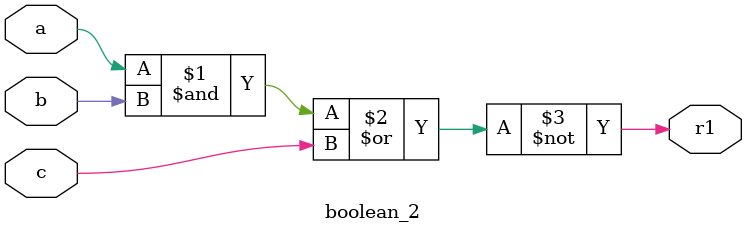
<source format=v>
`timescale 1ns / 1ps

module boolean_2(
    input a,b,c,
    output r1
    );
    assign r1=~((a&b)|c);
    
endmodule

</source>
